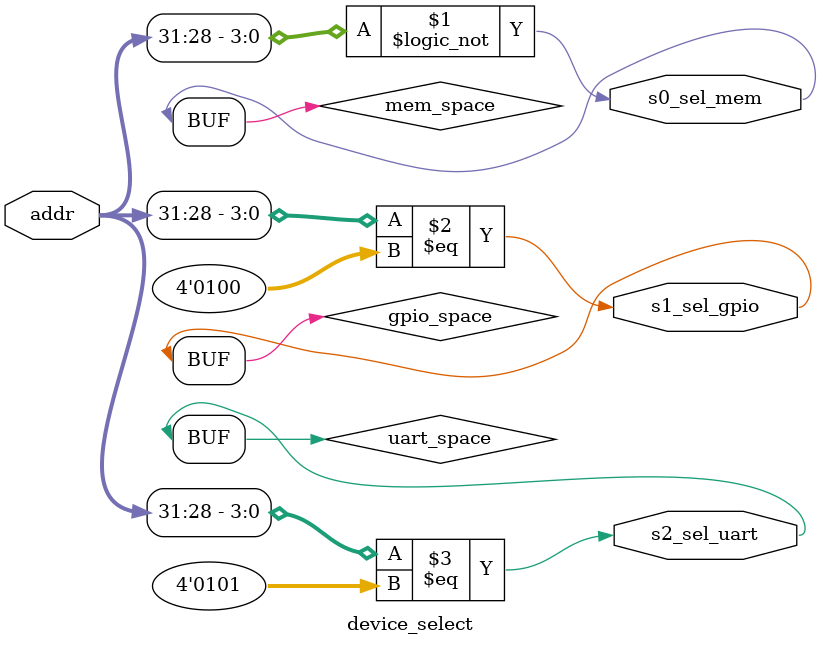
<source format=v>
module device_select (
    input [31:0] addr,
    output s0_sel_mem,
    output s1_sel_gpio,
    output s2_sel_uart
    // output s3_sel,
    // output s4_sel,
    // output s5_sel,
    // output s6_sel,
    // output s7_sel,
    // output s8_sel
);


  wire mem_space = (addr[31:28] == 4'h0);
  wire gpio_space = (addr[31:28] == 4'h4);
  wire uart_space = (addr[31:28] == 4'h5);

  assign s0_sel_mem  = mem_space;
  assign s1_sel_gpio = gpio_space;
  assign s2_sel_uart = uart_space;

endmodule

</source>
